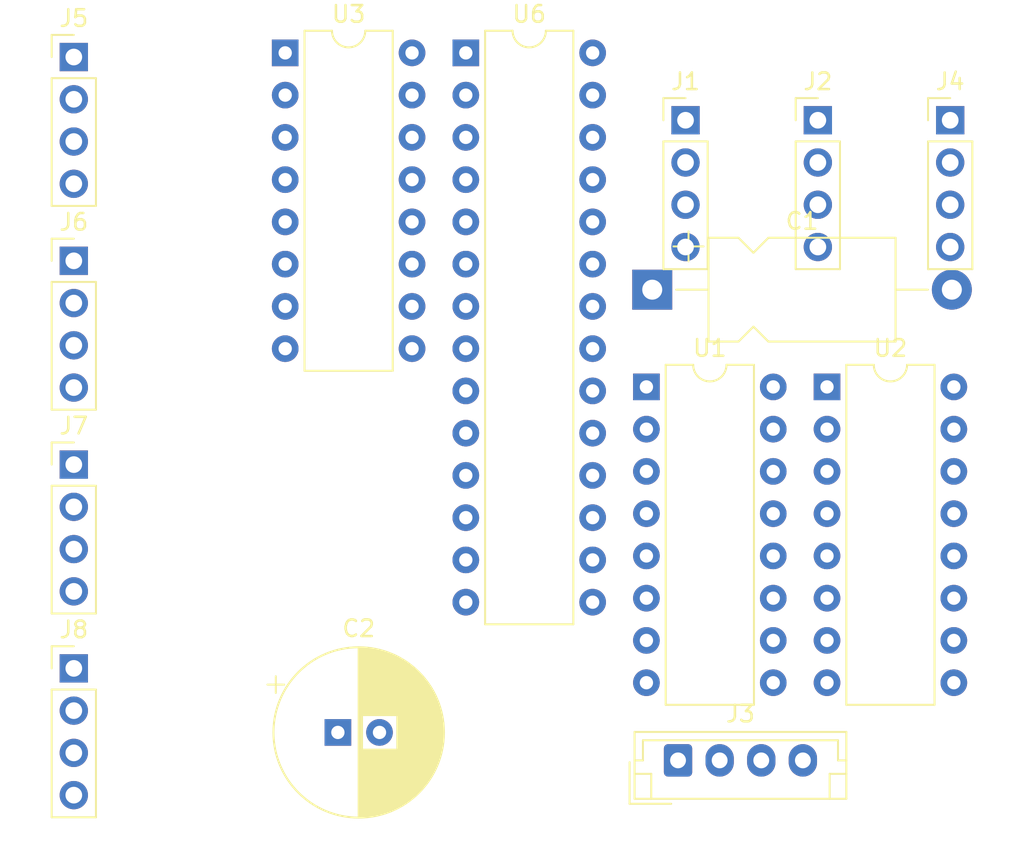
<source format=kicad_pcb>
(kicad_pcb (version 20221018) (generator pcbnew)
  (layers (0 "F.Cu" signal) (31 "B.Cu" signal) (34 "B.Paste" user) (35 "F.Paste" user) (36 "B.SilkS" user "B.Silkscreen") (37 "F.SilkS" user "F.Silkscreen") (38 "B.Mask" user) (39 "F.Mask" user) (44 "Edge.Cuts" user))
  (net 0 "")
  (net 1 "12V")
  (net 2 "GND")
  (net 3 "Net-(J1-Pin_1)")
  (net 4 "Net-(J1-Pin_2)")
  (net 5 "Vcc 3.3V")
  (net 6 "Net-(J2-Pin_1)")
  (net 7 "Net-(J2-Pin_2)")
  (net 8 "Net-(J2-Pin_3)")
  (net 9 "Net-(J2-Pin_4)")
  (net 10 "Net-(J4-Pin_1)")
  (net 11 "Net-(J4-Pin_2)")
  (net 12 "Net-(J4-Pin_3)")
  (net 13 "Net-(J4-Pin_4)")
  (net 14 "Net-(J5-Pin_1)")
  (net 15 "Net-(J5-Pin_2)")
  (net 16 "Net-(J5-Pin_3)")
  (net 17 "Net-(J5-Pin_4)")
  (net 18 "Net-(J6-Pin_1)")
  (net 19 "Net-(J6-Pin_2)")
  (net 20 "Net-(J6-Pin_3)")
  (net 21 "Net-(J6-Pin_4)")
  (net 22 "Net-(J7-Pin_1)")
  (net 23 "Net-(J7-Pin_2)")
  (net 24 "Net-(J7-Pin_3)")
  (net 25 "Net-(J7-Pin_4)")
  (net 26 "Net-(J8-Pin_1)")
  (net 27 "Net-(J8-Pin_2)")
  (net 28 "Net-(J8-Pin_3)")
  (net 29 "Net-(J8-Pin_4)")
  (net 30 "Net-(U1-I1)")
  (net 31 "Net-(U1-I2)")
  (net 32 "Net-(U1-I3)")
  (net 33 "Net-(U1-I4)")
  (net 34 "Net-(U1-I5)")
  (net 35 "Net-(U1-I6)")
  (net 36 "Net-(U1-I7)")
  (net 37 "Net-(U2-I1)")
  (net 38 "Net-(U2-I2)")
  (net 39 "Net-(U2-I3)")
  (net 40 "Net-(U2-I4)")
  (net 41 "Net-(U2-I5)")
  (net 42 "Net-(U2-I6)")
  (net 43 "Net-(U2-I7)")
  (net 45 "Net-(U3-I6)")
  (net 46 "Net-(U3-I7)")
  (footprint "Package_DIP:DIP-16_W7.62mm" (layer "F.Cu") (at 157.48 91.44)
    (fp_text reference "U2" (at 3.81 -2.33) (layer "F.SilkS"))
    (fp_text value "ULN2003A")
    (fp_line (start 1.16 -1.33) (end 1.16 19.11) (stroke (width 0.12)) (layer "F.SilkS"))
    (fp_line (start 1.16 19.11) (end 6.46 19.11) (stroke (width 0.12)) (layer "F.SilkS"))
    (fp_line (start 2.81 -1.33) (end 1.16 -1.33) (stroke (width 0.12)) (layer "F.SilkS"))
    (fp_line (start 6.46 -1.33) (end 4.81 -1.33) (stroke (width 0.12)) (layer "F.SilkS"))
    (fp_line (start 6.46 19.11) (end 6.46 -1.33) (stroke (width 0.12)) (layer "F.SilkS"))
    (fp_arc (start 4.81 -1.33) (mid 3.81 -0.33) (end 2.81 -1.33) (stroke (width 0.12)) (layer "F.SilkS"))
    (pad "1" thru_hole rect (at 0 0) (size 1.6 1.6) (drill 0.8) (layers "*.Cu" "*.Mask") (net 37 "Net-(U2-I1)"))
    (pad "2" thru_hole oval (at 0 2.54) (size 1.6 1.6) (drill 0.8) (layers "*.Cu" "*.Mask") (net 38 "Net-(U2-I2)"))
    (pad "3" thru_hole oval (at 0 5.08) (size 1.6 1.6) (drill 0.8) (layers "*.Cu" "*.Mask") (net 39 "Net-(U2-I3)"))
    (pad "4" thru_hole oval (at 0 7.62) (size 1.6 1.6) (drill 0.8) (layers "*.Cu" "*.Mask") (net 40 "Net-(U2-I4)"))
    (pad "5" thru_hole oval (at 0 10.16) (size 1.6 1.6) (drill 0.8) (layers "*.Cu" "*.Mask") (net 41 "Net-(U2-I5)"))
    (pad "6" thru_hole oval (at 0 12.7) (size 1.6 1.6) (drill 0.8) (layers "*.Cu" "*.Mask") (net 42 "Net-(U2-I6)"))
    (pad "7" thru_hole oval (at 0 15.24) (size 1.6 1.6) (drill 0.8) (layers "*.Cu" "*.Mask") (net 43 "Net-(U2-I7)"))
    (pad "8" thru_hole oval (at 0 17.78) (size 1.6 1.6) (drill 0.8) (layers "*.Cu" "*.Mask") (net 2 "GND"))
    (pad "9" thru_hole oval (at 7.62 17.78) (size 1.6 1.6) (drill 0.8) (layers "*.Cu" "*.Mask") (net 1 "12V"))
    (pad "10" thru_hole oval (at 7.62 15.24) (size 1.6 1.6) (drill 0.8) (layers "*.Cu" "*.Mask") (net 22 "Net-(J7-Pin_1)"))
    (pad "11" thru_hole oval (at 7.62 12.7) (size 1.6 1.6) (drill 0.8) (layers "*.Cu" "*.Mask") (net 21 "Net-(J6-Pin_4)"))
    (pad "12" thru_hole oval (at 7.62 10.16) (size 1.6 1.6) (drill 0.8) (layers "*.Cu" "*.Mask") (net 20 "Net-(J6-Pin_3)"))
    (pad "13" thru_hole oval (at 7.62 7.62) (size 1.6 1.6) (drill 0.8) (layers "*.Cu" "*.Mask") (net 19 "Net-(J6-Pin_2)"))
    (pad "14" thru_hole oval (at 7.62 5.08) (size 1.6 1.6) (drill 0.8) (layers "*.Cu" "*.Mask") (net 18 "Net-(J6-Pin_1)"))
    (pad "15" thru_hole oval (at 7.62 2.54) (size 1.6 1.6) (drill 0.8) (layers "*.Cu" "*.Mask") (net 17 "Net-(J5-Pin_4)"))
    (pad "16" thru_hole oval (at 7.62 0) (size 1.6 1.6) (drill 0.8) (layers "*.Cu" "*.Mask") (net 16 "Net-(J5-Pin_3)"))
  )
  (footprint "Package_DIP:DIP-28_W7.62mm" (layer "F.Cu") (at 135.78 71.36)
    (fp_text reference "U6" (at 3.81 -2.33) (layer "F.SilkS"))
    (fp_text value "MCP23017_SP")
    (fp_line (start 1.16 -1.33) (end 1.16 34.35) (stroke (width 0.12)) (layer "F.SilkS"))
    (fp_line (start 1.16 34.35) (end 6.46 34.35) (stroke (width 0.12)) (layer "F.SilkS"))
    (fp_line (start 2.81 -1.33) (end 1.16 -1.33) (stroke (width 0.12)) (layer "F.SilkS"))
    (fp_line (start 6.46 -1.33) (end 4.81 -1.33) (stroke (width 0.12)) (layer "F.SilkS"))
    (fp_line (start 6.46 34.35) (end 6.46 -1.33) (stroke (width 0.12)) (layer "F.SilkS"))
    (fp_arc (start 4.81 -1.33) (mid 3.81 -0.33) (end 2.81 -1.33) (stroke (width 0.12)) (layer "F.SilkS"))
    (pad "1" thru_hole rect (at 0 0) (size 1.6 1.6) (drill 0.8) (layers "*.Cu" "*.Mask") (net 45 "Net-(U3-I6)"))
    (pad "2" thru_hole oval (at 0 2.54) (size 1.6 1.6) (drill 0.8) (layers "*.Cu" "*.Mask") (net 46 "Net-(U3-I7)"))
    (pad "3" thru_hole oval (at 0 5.08) (size 1.6 1.6) (drill 0.8) (layers "*.Cu" "*.Mask") (net 37 "Net-(U2-I1)"))
    (pad "4" thru_hole oval (at 0 7.62) (size 1.6 1.6) (drill 0.8) (layers "*.Cu" "*.Mask") (net 38 "Net-(U2-I2)"))
    (pad "5" thru_hole oval (at 0 10.16) (size 1.6 1.6) (drill 0.8) (layers "*.Cu" "*.Mask") (net 39 "Net-(U2-I3)"))
    (pad "6" thru_hole oval (at 0 12.7) (size 1.6 1.6) (drill 0.8) (layers "*.Cu" "*.Mask") (net 40 "Net-(U2-I4)"))
    (pad "7" thru_hole oval (at 0 15.24) (size 1.6 1.6) (drill 0.8) (layers "*.Cu" "*.Mask") (net 41 "Net-(U2-I5)"))
    (pad "8" thru_hole oval (at 0 17.78) (size 1.6 1.6) (drill 0.8) (layers "*.Cu" "*.Mask") (net 42 "Net-(U2-I6)"))
    (pad "9" thru_hole oval (at 0 20.32) (size 1.6 1.6) (drill 0.8) (layers "*.Cu" "*.Mask") (net 5 "Vcc 3.3V"))
    (pad "10" thru_hole oval (at 0 22.86) (size 1.6 1.6) (drill 0.8) (layers "*.Cu" "*.Mask") (net 2 "GND"))
    (pad "11" thru_hole oval (at 0 25.4) (size 1.6 1.6) (drill 0.8) (layers "*.Cu" "*.Mask"))
    (pad "12" thru_hole oval (at 0 27.94) (size 1.6 1.6) (drill 0.8) (layers "*.Cu" "*.Mask") (net 4 "Net-(J1-Pin_2)"))
    (pad "13" thru_hole oval (at 0 30.48) (size 1.6 1.6) (drill 0.8) (layers "*.Cu" "*.Mask") (net 3 "Net-(J1-Pin_1)"))
    (pad "14" thru_hole oval (at 0 33.02) (size 1.6 1.6) (drill 0.8) (layers "*.Cu" "*.Mask"))
    (pad "15" thru_hole oval (at 7.62 33.02) (size 1.6 1.6) (drill 0.8) (layers "*.Cu" "*.Mask") (net 2 "GND"))
    (pad "16" thru_hole oval (at 7.62 30.48) (size 1.6 1.6) (drill 0.8) (layers "*.Cu" "*.Mask") (net 2 "GND"))
    (pad "17" thru_hole oval (at 7.62 27.94) (size 1.6 1.6) (drill 0.8) (layers "*.Cu" "*.Mask") (net 2 "GND"))
    (pad "18" thru_hole oval (at 7.62 25.4) (size 1.6 1.6) (drill 0.8) (layers "*.Cu" "*.Mask") (net 5 "Vcc 3.3V"))
    (pad "19" thru_hole oval (at 7.62 22.86) (size 1.6 1.6) (drill 0.8) (layers "*.Cu" "*.Mask"))
    (pad "20" thru_hole oval (at 7.62 20.32) (size 1.6 1.6) (drill 0.8) (layers "*.Cu" "*.Mask"))
    (pad "21" thru_hole oval (at 7.62 17.78) (size 1.6 1.6) (drill 0.8) (layers "*.Cu" "*.Mask") (net 43 "Net-(U2-I7)"))
    (pad "22" thru_hole oval (at 7.62 15.24) (size 1.6 1.6) (drill 0.8) (layers "*.Cu" "*.Mask") (net 30 "Net-(U1-I1)"))
    (pad "23" thru_hole oval (at 7.62 12.7) (size 1.6 1.6) (drill 0.8) (layers "*.Cu" "*.Mask") (net 31 "Net-(U1-I2)"))
    (pad "24" thru_hole oval (at 7.62 10.16) (size 1.6 1.6) (drill 0.8) (layers "*.Cu" "*.Mask") (net 32 "Net-(U1-I3)"))
    (pad "25" thru_hole oval (at 7.62 7.62) (size 1.6 1.6) (drill 0.8) (layers "*.Cu" "*.Mask") (net 33 "Net-(U1-I4)"))
    (pad "26" thru_hole oval (at 7.62 5.08) (size 1.6 1.6) (drill 0.8) (layers "*.Cu" "*.Mask") (net 34 "Net-(U1-I5)"))
    (pad "27" thru_hole oval (at 7.62 2.54) (size 1.6 1.6) (drill 0.8) (layers "*.Cu" "*.Mask") (net 35 "Net-(U1-I6)"))
    (pad "28" thru_hole oval (at 7.62 0) (size 1.6 1.6) (drill 0.8) (layers "*.Cu" "*.Mask") (net 36 "Net-(U1-I7)"))
  )
  (footprint "Connector_PinHeader_2.54mm:PinHeader_1x04_P2.54mm_Vertical" (layer "F.Cu") (at 112.23 83.86)
    (fp_text reference "J6" (at 0 -2.33) (layer "F.SilkS"))
    (fp_text value "Solenoid-3")
    (fp_line (start -1.33 -1.33) (end 0 -1.33) (stroke (width 0.12)) (layer "F.SilkS"))
    (fp_line (start -1.33 0) (end -1.33 -1.33) (stroke (width 0.12)) (layer "F.SilkS"))
    (fp_line (start -1.33 1.27) (end -1.33 8.95) (stroke (width 0.12)) (layer "F.SilkS"))
    (fp_line (start -1.33 1.27) (end 1.33 1.27) (stroke (width 0.12)) (layer "F.SilkS"))
    (fp_line (start -1.33 8.95) (end 1.33 8.95) (stroke (width 0.12)) (layer "F.SilkS"))
    (fp_line (start 1.33 1.27) (end 1.33 8.95) (stroke (width 0.12)) (layer "F.SilkS"))
    (pad "1" thru_hole rect (at 0 0) (size 1.7 1.7) (drill 1) (layers "*.Cu" "*.Mask") (net 18 "Net-(J6-Pin_1)"))
    (pad "2" thru_hole oval (at 0 2.54) (size 1.7 1.7) (drill 1) (layers "*.Cu" "*.Mask") (net 19 "Net-(J6-Pin_2)"))
    (pad "3" thru_hole oval (at 0 5.08) (size 1.7 1.7) (drill 1) (layers "*.Cu" "*.Mask") (net 20 "Net-(J6-Pin_3)"))
    (pad "4" thru_hole oval (at 0 7.62) (size 1.7 1.7) (drill 1) (layers "*.Cu" "*.Mask") (net 21 "Net-(J6-Pin_4)"))
  )
  (footprint "Connector_PinHeader_2.54mm:PinHeader_1x04_P2.54mm_Vertical" (layer "F.Cu") (at 112.23 96.11)
    (fp_text reference "J7" (at 0 -2.33) (layer "F.SilkS"))
    (fp_text value "Solenoid-4")
    (fp_line (start -1.33 -1.33) (end 0 -1.33) (stroke (width 0.12)) (layer "F.SilkS"))
    (fp_line (start -1.33 0) (end -1.33 -1.33) (stroke (width 0.12)) (layer "F.SilkS"))
    (fp_line (start -1.33 1.27) (end -1.33 8.95) (stroke (width 0.12)) (layer "F.SilkS"))
    (fp_line (start -1.33 1.27) (end 1.33 1.27) (stroke (width 0.12)) (layer "F.SilkS"))
    (fp_line (start -1.33 8.95) (end 1.33 8.95) (stroke (width 0.12)) (layer "F.SilkS"))
    (fp_line (start 1.33 1.27) (end 1.33 8.95) (stroke (width 0.12)) (layer "F.SilkS"))
    (pad "1" thru_hole rect (at 0 0) (size 1.7 1.7) (drill 1) (layers "*.Cu" "*.Mask") (net 22 "Net-(J7-Pin_1)"))
    (pad "2" thru_hole oval (at 0 2.54) (size 1.7 1.7) (drill 1) (layers "*.Cu" "*.Mask") (net 23 "Net-(J7-Pin_2)"))
    (pad "3" thru_hole oval (at 0 5.08) (size 1.7 1.7) (drill 1) (layers "*.Cu" "*.Mask") (net 24 "Net-(J7-Pin_3)"))
    (pad "4" thru_hole oval (at 0 7.62) (size 1.7 1.7) (drill 1) (layers "*.Cu" "*.Mask") (net 25 "Net-(J7-Pin_4)"))
  )
  (footprint "Capacitor_THT:CP_Axial_L11.0mm_D6.0mm_P18.00mm_Horizontal" (layer "F.Cu") (at 146.98 85.595)
    (fp_text reference "C1" (at 9 -4.12) (layer "F.SilkS"))
    (fp_text value "100 nF")
    (fp_line (start 1.28 -2.6) (end 3.08 -2.6) (stroke (width 0.12)) (layer "F.SilkS"))
    (fp_line (start 1.44 0) (end 3.38 0) (stroke (width 0.12)) (layer "F.SilkS"))
    (fp_line (start 2.18 -3.5) (end 2.18 -1.7) (stroke (width 0.12)) (layer "F.SilkS"))
    (fp_line (start 3.38 -3.12) (end 3.38 3.12) (stroke (width 0.12)) (layer "F.SilkS"))
    (fp_line (start 3.38 -3.12) (end 5.18 -3.12) (stroke (width 0.12)) (layer "F.SilkS"))
    (fp_line (start 3.38 3.12) (end 5.18 3.12) (stroke (width 0.12)) (layer "F.SilkS"))
    (fp_line (start 5.18 -3.12) (end 6.08 -2.22) (stroke (width 0.12)) (layer "F.SilkS"))
    (fp_line (start 5.18 3.12) (end 6.08 2.22) (stroke (width 0.12)) (layer "F.SilkS"))
    (fp_line (start 6.08 -2.22) (end 6.98 -3.12) (stroke (width 0.12)) (layer "F.SilkS"))
    (fp_line (start 6.08 2.22) (end 6.98 3.12) (stroke (width 0.12)) (layer "F.SilkS"))
    (fp_line (start 6.98 -3.12) (end 14.62 -3.12) (stroke (width 0.12)) (layer "F.SilkS"))
    (fp_line (start 6.98 3.12) (end 14.62 3.12) (stroke (width 0.12)) (layer "F.SilkS"))
    (fp_line (start 14.62 -3.12) (end 14.62 3.12) (stroke (width 0.12)) (layer "F.SilkS"))
    (fp_line (start 16.56 0) (end 14.62 0) (stroke (width 0.12)) (layer "F.SilkS"))
    (pad "1" thru_hole rect (at 0 0) (size 2.4 2.4) (drill 1.2) (layers "*.Cu" "*.Mask") (net 1 "12V"))
    (pad "2" thru_hole oval (at 18 0) (size 2.4 2.4) (drill 1.2) (layers "*.Cu" "*.Mask") (net 2 "GND"))
  )
  (footprint "Connector_JST:JST_EH_B4B-EH-A_1x04_P2.50mm_Vertical" (layer "F.Cu") (at 148.53 113.89)
    (fp_text reference "J3" (at 3.75 -2.8) (layer "F.SilkS"))
    (fp_text value "Power")
    (fp_line (start -2.91 0.11) (end -2.91 2.61) (stroke (width 0.12)) (layer "F.SilkS"))
    (fp_line (start -2.91 2.61) (end -0.41 2.61) (stroke (width 0.12)) (layer "F.SilkS"))
    (fp_line (start -2.61 -1.71) (end -2.61 2.31) (stroke (width 0.12)) (layer "F.SilkS"))
    (fp_line (start -2.61 0) (end -2.11 0) (stroke (width 0.12)) (layer "F.SilkS"))
    (fp_line (start -2.61 0.81) (end -1.61 0.81) (stroke (width 0.12)) (layer "F.SilkS"))
    (fp_line (start -2.61 2.31) (end 10.11 2.31) (stroke (width 0.12)) (layer "F.SilkS"))
    (fp_line (start -2.11 -1.21) (end 9.61 -1.21) (stroke (width 0.12)) (layer "F.SilkS"))
    (fp_line (start -2.11 0) (end -2.11 -1.21) (stroke (width 0.12)) (layer "F.SilkS"))
    (fp_line (start -1.61 0.81) (end -1.61 2.31) (stroke (width 0.12)) (layer "F.SilkS"))
    (fp_line (start 9.11 0.81) (end 9.11 2.31) (stroke (width 0.12)) (layer "F.SilkS"))
    (fp_line (start 9.61 -1.21) (end 9.61 0) (stroke (width 0.12)) (layer "F.SilkS"))
    (fp_line (start 9.61 0) (end 10.11 0) (stroke (width 0.12)) (layer "F.SilkS"))
    (fp_line (start 10.11 -1.71) (end -2.61 -1.71) (stroke (width 0.12)) (layer "F.SilkS"))
    (fp_line (start 10.11 0.81) (end 9.11 0.81) (stroke (width 0.12)) (layer "F.SilkS"))
    (fp_line (start 10.11 2.31) (end 10.11 -1.71) (stroke (width 0.12)) (layer "F.SilkS"))
    (pad "1" thru_hole roundrect (at 0 0) (size 1.7 1.95) (drill 0.95) (layers "*.Cu" "*.Mask") (roundrect_rratio 0.147059) (net 1 "12V"))
    (pad "2" thru_hole oval (at 2.5 0) (size 1.7 1.95) (drill 0.95) (layers "*.Cu" "*.Mask") (net 1 "12V"))
    (pad "3" thru_hole oval (at 5 0) (size 1.7 1.95) (drill 0.95) (layers "*.Cu" "*.Mask") (net 2 "GND"))
    (pad "4" thru_hole oval (at 7.5 0) (size 1.7 1.95) (drill 0.95) (layers "*.Cu" "*.Mask"))
  )
  (footprint "Connector_PinHeader_2.54mm:PinHeader_1x04_P2.54mm_Vertical" (layer "F.Cu") (at 112.23 71.61)
    (fp_text reference "J5" (at 0 -2.33) (layer "F.SilkS"))
    (fp_text value "Solenoid-2")
    (fp_line (start -1.33 -1.33) (end 0 -1.33) (stroke (width 0.12)) (layer "F.SilkS"))
    (fp_line (start -1.33 0) (end -1.33 -1.33) (stroke (width 0.12)) (layer "F.SilkS"))
    (fp_line (start -1.33 1.27) (end -1.33 8.95) (stroke (width 0.12)) (layer "F.SilkS"))
    (fp_line (start -1.33 1.27) (end 1.33 1.27) (stroke (width 0.12)) (layer "F.SilkS"))
    (fp_line (start -1.33 8.95) (end 1.33 8.95) (stroke (width 0.12)) (layer "F.SilkS"))
    (fp_line (start 1.33 1.27) (end 1.33 8.95) (stroke (width 0.12)) (layer "F.SilkS"))
    (pad "1" thru_hole rect (at 0 0) (size 1.7 1.7) (drill 1) (layers "*.Cu" "*.Mask") (net 14 "Net-(J5-Pin_1)"))
    (pad "2" thru_hole oval (at 0 2.54) (size 1.7 1.7) (drill 1) (layers "*.Cu" "*.Mask") (net 15 "Net-(J5-Pin_2)"))
    (pad "3" thru_hole oval (at 0 5.08) (size 1.7 1.7) (drill 1) (layers "*.Cu" "*.Mask") (net 16 "Net-(J5-Pin_3)"))
    (pad "4" thru_hole oval (at 0 7.62) (size 1.7 1.7) (drill 1) (layers "*.Cu" "*.Mask") (net 17 "Net-(J5-Pin_4)"))
  )
  (footprint "Capacitor_THT:CP_Radial_D10.0mm_P2.50mm" (layer "F.Cu") (at 128.094646 112.21)
    (fp_text reference "C2" (at 1.25 -6.25) (layer "F.SilkS"))
    (fp_text value "10uF")
    (fp_line (start -4.229646 -2.875) (end -3.229646 -2.875) (stroke (width 0.12)) (layer "F.SilkS"))
    (fp_line (start -3.729646 -3.375) (end -3.729646 -2.375) (stroke (width 0.12)) (layer "F.SilkS"))
    (fp_line (start 1.25 -5.08) (end 1.25 5.08) (stroke (width 0.12)) (layer "F.SilkS"))
    (fp_line (start 1.29 -5.08) (end 1.29 5.08) (stroke (width 0.12)) (layer "F.SilkS"))
    (fp_line (start 1.33 -5.08) (end 1.33 5.08) (stroke (width 0.12)) (layer "F.SilkS"))
    (fp_line (start 1.37 -5.079) (end 1.37 5.079) (stroke (width 0.12)) (layer "F.SilkS"))
    (fp_line (start 1.41 -5.078) (end 1.41 5.078) (stroke (width 0.12)) (layer "F.SilkS"))
    (fp_line (start 1.45 -5.077) (end 1.45 5.077) (stroke (width 0.12)) (layer "F.SilkS"))
    (fp_line (start 1.49 -5.075) (end 1.49 -1.04) (stroke (width 0.12)) (layer "F.SilkS"))
    (fp_line (start 1.49 1.04) (end 1.49 5.075) (stroke (width 0.12)) (layer "F.SilkS"))
    (fp_line (start 1.53 -5.073) (end 1.53 -1.04) (stroke (width 0.12)) (layer "F.SilkS"))
    (fp_line (start 1.53 1.04) (end 1.53 5.073) (stroke (width 0.12)) (layer "F.SilkS"))
    (fp_line (start 1.57 -5.07) (end 1.57 -1.04) (stroke (width 0.12)) (layer "F.SilkS"))
    (fp_line (start 1.57 1.04) (end 1.57 5.07) (stroke (width 0.12)) (layer "F.SilkS"))
    (fp_line (start 1.61 -5.068) (end 1.61 -1.04) (stroke (width 0.12)) (layer "F.SilkS"))
    (fp_line (start 1.61 1.04) (end 1.61 5.068) (stroke (width 0.12)) (layer "F.SilkS"))
    (fp_line (start 1.65 -5.065) (end 1.65 -1.04) (stroke (width 0.12)) (layer "F.SilkS"))
    (fp_line (start 1.65 1.04) (end 1.65 5.065) (stroke (width 0.12)) (layer "F.SilkS"))
    (fp_line (start 1.69 -5.062) (end 1.69 -1.04) (stroke (width 0.12)) (layer "F.SilkS"))
    (fp_line (start 1.69 1.04) (end 1.69 5.062) (stroke (width 0.12)) (layer "F.SilkS"))
    (fp_line (start 1.73 -5.058) (end 1.73 -1.04) (stroke (width 0.12)) (layer "F.SilkS"))
    (fp_line (start 1.73 1.04) (end 1.73 5.058) (stroke (width 0.12)) (layer "F.SilkS"))
    (fp_line (start 1.77 -5.054) (end 1.77 -1.04) (stroke (width 0.12)) (layer "F.SilkS"))
    (fp_line (start 1.77 1.04) (end 1.77 5.054) (stroke (width 0.12)) (layer "F.SilkS"))
    (fp_line (start 1.81 -5.05) (end 1.81 -1.04) (stroke (width 0.12)) (layer "F.SilkS"))
    (fp_line (start 1.81 1.04) (end 1.81 5.05) (stroke (width 0.12)) (layer "F.SilkS"))
    (fp_line (start 1.85 -5.045) (end 1.85 -1.04) (stroke (width 0.12)) (layer "F.SilkS"))
    (fp_line (start 1.85 1.04) (end 1.85 5.045) (stroke (width 0.12)) (layer "F.SilkS"))
    (fp_line (start 1.89 -5.04) (end 1.89 -1.04) (stroke (width 0.12)) (layer "F.SilkS"))
    (fp_line (start 1.89 1.04) (end 1.89 5.04) (stroke (width 0.12)) (layer "F.SilkS"))
    (fp_line (start 1.93 -5.035) (end 1.93 -1.04) (stroke (width 0.12)) (layer "F.SilkS"))
    (fp_line (start 1.93 1.04) (end 1.93 5.035) (stroke (width 0.12)) (layer "F.SilkS"))
    (fp_line (start 1.971 -5.03) (end 1.971 -1.04) (stroke (width 0.12)) (layer "F.SilkS"))
    (fp_line (start 1.971 1.04) (end 1.971 5.03) (stroke (width 0.12)) (layer "F.SilkS"))
    (fp_line (start 2.011 -5.024) (end 2.011 -1.04) (stroke (width 0.12)) (layer "F.SilkS"))
    (fp_line (start 2.011 1.04) (end 2.011 5.024) (stroke (width 0.12)) (layer "F.SilkS"))
    (fp_line (start 2.051 -5.018) (end 2.051 -1.04) (stroke (width 0.12)) (layer "F.SilkS"))
    (fp_line (start 2.051 1.04) (end 2.051 5.018) (stroke (width 0.12)) (layer "F.SilkS"))
    (fp_line (start 2.091 -5.011) (end 2.091 -1.04) (stroke (width 0.12)) (layer "F.SilkS"))
    (fp_line (start 2.091 1.04) (end 2.091 5.011) (stroke (width 0.12)) (layer "F.SilkS"))
    (fp_line (start 2.131 -5.004) (end 2.131 -1.04) (stroke (width 0.12)) (layer "F.SilkS"))
    (fp_line (start 2.131 1.04) (end 2.131 5.004) (stroke (width 0.12)) (layer "F.SilkS"))
    (fp_line (start 2.171 -4.997) (end 2.171 -1.04) (stroke (width 0.12)) (layer "F.SilkS"))
    (fp_line (start 2.171 1.04) (end 2.171 4.997) (stroke (width 0.12)) (layer "F.SilkS"))
    (fp_line (start 2.211 -4.99) (end 2.211 -1.04) (stroke (width 0.12)) (layer "F.SilkS"))
    (fp_line (start 2.211 1.04) (end 2.211 4.99) (stroke (width 0.12)) (layer "F.SilkS"))
    (fp_line (start 2.251 -4.982) (end 2.251 -1.04) (stroke (width 0.12)) (layer "F.SilkS"))
    (fp_line (start 2.251 1.04) (end 2.251 4.982) (stroke (width 0.12)) (layer "F.SilkS"))
    (fp_line (start 2.291 -4.974) (end 2.291 -1.04) (stroke (width 0.12)) (layer "F.SilkS"))
    (fp_line (start 2.291 1.04) (end 2.291 4.974) (stroke (width 0.12)) (layer "F.SilkS"))
    (fp_line (start 2.331 -4.965) (end 2.331 -1.04) (stroke (width 0.12)) (layer "F.SilkS"))
    (fp_line (start 2.331 1.04) (end 2.331 4.965) (stroke (width 0.12)) (layer "F.SilkS"))
    (fp_line (start 2.371 -4.956) (end 2.371 -1.04) (stroke (width 0.12)) (layer "F.SilkS"))
    (fp_line (start 2.371 1.04) (end 2.371 4.956) (stroke (width 0.12)) (layer "F.SilkS"))
    (fp_line (start 2.411 -4.947) (end 2.411 -1.04) (stroke (width 0.12)) (layer "F.SilkS"))
    (fp_line (start 2.411 1.04) (end 2.411 4.947) (stroke (width 0.12)) (layer "F.SilkS"))
    (fp_line (start 2.451 -4.938) (end 2.451 -1.04) (stroke (width 0.12)) (layer "F.SilkS"))
    (fp_line (start 2.451 1.04) (end 2.451 4.938) (stroke (width 0.12)) (layer "F.SilkS"))
    (fp_line (start 2.491 -4.928) (end 2.491 -1.04) (stroke (width 0.12)) (layer "F.SilkS"))
    (fp_line (start 2.491 1.04) (end 2.491 4.928) (stroke (width 0.12)) (layer "F.SilkS"))
    (fp_line (start 2.531 -4.918) (end 2.531 -1.04) (stroke (width 0.12)) (layer "F.SilkS"))
    (fp_line (start 2.531 1.04) (end 2.531 4.918) (stroke (width 0.12)) (layer "F.SilkS"))
    (fp_line (start 2.571 -4.907) (end 2.571 -1.04) (stroke (width 0.12)) (layer "F.SilkS"))
    (fp_line (start 2.571 1.04) (end 2.571 4.907) (stroke (width 0.12)) (layer "F.SilkS"))
    (fp_line (start 2.611 -4.897) (end 2.611 -1.04) (stroke (width 0.12)) (layer "F.SilkS"))
    (fp_line (start 2.611 1.04) (end 2.611 4.897) (stroke (width 0.12)) (layer "F.SilkS"))
    (fp_line (start 2.651 -4.885) (end 2.651 -1.04) (stroke (width 0.12)) (layer "F.SilkS"))
    (fp_line (start 2.651 1.04) (end 2.651 4.885) (stroke (width 0.12)) (layer "F.SilkS"))
    (fp_line (start 2.691 -4.874) (end 2.691 -1.04) (stroke (width 0.12)) (layer "F.SilkS"))
    (fp_line (start 2.691 1.04) (end 2.691 4.874) (stroke (width 0.12)) (layer "F.SilkS"))
    (fp_line (start 2.731 -4.862) (end 2.731 -1.04) (stroke (width 0.12)) (layer "F.SilkS"))
    (fp_line (start 2.731 1.04) (end 2.731 4.862) (stroke (width 0.12)) (layer "F.SilkS"))
    (fp_line (start 2.771 -4.85) (end 2.771 -1.04) (stroke (width 0.12)) (layer "F.SilkS"))
    (fp_line (start 2.771 1.04) (end 2.771 4.85) (stroke (width 0.12)) (layer "F.SilkS"))
    (fp_line (start 2.811 -4.837) (end 2.811 -1.04) (stroke (width 0.12)) (layer "F.SilkS"))
    (fp_line (start 2.811 1.04) (end 2.811 4.837) (stroke (width 0.12)) (layer "F.SilkS"))
    (fp_line (start 2.851 -4.824) (end 2.851 -1.04) (stroke (width 0.12)) (layer "F.SilkS"))
    (fp_line (start 2.851 1.04) (end 2.851 4.824) (stroke (width 0.12)) (layer "F.SilkS"))
    (fp_line (start 2.891 -4.811) (end 2.891 -1.04) (stroke (width 0.12)) (layer "F.SilkS"))
    (fp_line (start 2.891 1.04) (end 2.891 4.811) (stroke (width 0.12)) (layer "F.SilkS"))
    (fp_line (start 2.931 -4.797) (end 2.931 -1.04) (stroke (width 0.12)) (layer "F.SilkS"))
    (fp_line (start 2.931 1.04) (end 2.931 4.797) (stroke (width 0.12)) (layer "F.SilkS"))
    (fp_line (start 2.971 -4.783) (end 2.971 -1.04) (stroke (width 0.12)) (layer "F.SilkS"))
    (fp_line (start 2.971 1.04) (end 2.971 4.783) (stroke (width 0.12)) (layer "F.SilkS"))
    (fp_line (start 3.011 -4.768) (end 3.011 -1.04) (stroke (width 0.12)) (layer "F.SilkS"))
    (fp_line (start 3.011 1.04) (end 3.011 4.768) (stroke (width 0.12)) (layer "F.SilkS"))
    (fp_line (start 3.051 -4.754) (end 3.051 -1.04) (stroke (width 0.12)) (layer "F.SilkS"))
    (fp_line (start 3.051 1.04) (end 3.051 4.754) (stroke (width 0.12)) (layer "F.SilkS"))
    (fp_line (start 3.091 -4.738) (end 3.091 -1.04) (stroke (width 0.12)) (layer "F.SilkS"))
    (fp_line (start 3.091 1.04) (end 3.091 4.738) (stroke (width 0.12)) (layer "F.SilkS"))
    (fp_line (start 3.131 -4.723) (end 3.131 -1.04) (stroke (width 0.12)) (layer "F.SilkS"))
    (fp_line (start 3.131 1.04) (end 3.131 4.723) (stroke (width 0.12)) (layer "F.SilkS"))
    (fp_line (start 3.171 -4.707) (end 3.171 -1.04) (stroke (width 0.12)) (layer "F.SilkS"))
    (fp_line (start 3.171 1.04) (end 3.171 4.707) (stroke (width 0.12)) (layer "F.SilkS"))
    (fp_line (start 3.211 -4.69) (end 3.211 -1.04) (stroke (width 0.12)) (layer "F.SilkS"))
    (fp_line (start 3.211 1.04) (end 3.211 4.69) (stroke (width 0.12)) (layer "F.SilkS"))
    (fp_line (start 3.251 -4.674) (end 3.251 -1.04) (stroke (width 0.12)) (layer "F.SilkS"))
    (fp_line (start 3.251 1.04) (end 3.251 4.674) (stroke (width 0.12)) (layer "F.SilkS"))
    (fp_line (start 3.291 -4.657) (end 3.291 -1.04) (stroke (width 0.12)) (layer "F.SilkS"))
    (fp_line (start 3.291 1.04) (end 3.291 4.657) (stroke (width 0.12)) (layer "F.SilkS"))
    (fp_line (start 3.331 -4.639) (end 3.331 -1.04) (stroke (width 0.12)) (layer "F.SilkS"))
    (fp_line (start 3.331 1.04) (end 3.331 4.639) (stroke (width 0.12)) (layer "F.SilkS"))
    (fp_line (start 3.371 -4.621) (end 3.371 -1.04) (stroke (width 0.12)) (layer "F.SilkS"))
    (fp_line (start 3.371 1.04) (end 3.371 4.621) (stroke (width 0.12)) (layer "F.SilkS"))
    (fp_line (start 3.411 -4.603) (end 3.411 -1.04) (stroke (width 0.12)) (layer "F.SilkS"))
    (fp_line (start 3.411 1.04) (end 3.411 4.603) (stroke (width 0.12)) (layer "F.SilkS"))
    (fp_line (start 3.451 -4.584) (end 3.451 -1.04) (stroke (width 0.12)) (layer "F.SilkS"))
    (fp_line (start 3.451 1.04) (end 3.451 4.584) (stroke (width 0.12)) (layer "F.SilkS"))
    (fp_line (start 3.491 -4.564) (end 3.491 -1.04) (stroke (width 0.12)) (layer "F.SilkS"))
    (fp_line (start 3.491 1.04) (end 3.491 4.564) (stroke (width 0.12)) (layer "F.SilkS"))
    (fp_line (start 3.531 -4.545) (end 3.531 -1.04) (stroke (width 0.12)) (layer "F.SilkS"))
    (fp_line (start 3.531 1.04) (end 3.531 4.545) (stroke (width 0.12)) (layer "F.SilkS"))
    (fp_line (start 3.571 -4.525) (end 3.571 4.525) (stroke (width 0.12)) (layer "F.SilkS"))
    (fp_line (start 3.611 -4.504) (end 3.611 4.504) (stroke (width 0.12)) (layer "F.SilkS"))
    (fp_line (start 3.651 -4.483) (end 3.651 4.483) (stroke (width 0.12)) (layer "F.SilkS"))
    (fp_line (start 3.691 -4.462) (end 3.691 4.462) (stroke (width 0.12)) (layer "F.SilkS"))
    (fp_line (start 3.731 -4.44) (end 3.731 4.44) (stroke (width 0.12)) (layer "F.SilkS"))
    (fp_line (start 3.771 -4.417) (end 3.771 4.417) (stroke (width 0.12)) (layer "F.SilkS"))
    (fp_line (start 3.811 -4.395) (end 3.811 4.395) (stroke (width 0.12)) (layer "F.SilkS"))
    (fp_line (start 3.851 -4.371) (end 3.851 4.371) (stroke (width 0.12)) (layer "F.SilkS"))
    (fp_line (start 3.891 -4.347) (end 3.891 4.347) (stroke (width 0.12)) (layer "F.SilkS"))
    (fp_line (start 3.931 -4.323) (end 3.931 4.323) (stroke (width 0.12)) (layer "F.SilkS"))
    (fp_line (start 3.971 -4.298) (end 3.971 4.298) (stroke (width 0.12)) (layer "F.SilkS"))
    (fp_line (start 4.011 -4.273) (end 4.011 4.273) (stroke (width 0.12)) (layer "F.SilkS"))
    (fp_line (start 4.051 -4.247) (end 4.051 4.247) (stroke (width 0.12)) (layer "F.SilkS"))
    (fp_line (start 4.091 -4.221) (end 4.091 4.221) (stroke (width 0.12)) (layer "F.SilkS"))
    (fp_line (start 4.131 -4.194) (end 4.131 4.194) (stroke (width 0.12)) (layer "F.SilkS"))
    (fp_line (start 4.171 -4.166) (end 4.171 4.166) (stroke (width 0.12)) (layer "F.SilkS"))
    (fp_line (start 4.211 -4.138) (end 4.211 4.138) (stroke (width 0.12)) (layer "F.SilkS"))
    (fp_line (start 4.251 -4.11) (end 4.251 4.11) (stroke (width 0.12)) (layer "F.SilkS"))
    (fp_line (start 4.291 -4.08) (end 4.291 4.08) (stroke (width 0.12)) (layer "F.SilkS"))
    (fp_line (start 4.331 -4.05) (end 4.331 4.05) (stroke (width 0.12)) (layer "F.SilkS"))
    (fp_line (start 4.371 -4.02) (end 4.371 4.02) (stroke (width 0.12)) (layer "F.SilkS"))
    (fp_line (start 4.411 -3.989) (end 4.411 3.989) (stroke (width 0.12)) (layer "F.SilkS"))
    (fp_line (start 4.451 -3.957) (end 4.451 3.957) (stroke (width 0.12)) (layer "F.SilkS"))
    (fp_line (start 4.491 -3.925) (end 4.491 3.925) (stroke (width 0.12)) (layer "F.SilkS"))
    (fp_line (start 4.531 -3.892) (end 4.531 3.892) (stroke (width 0.12)) (layer "F.SilkS"))
    (fp_line (start 4.571 -3.858) (end 4.571 3.858) (stroke (width 0.12)) (layer "F.SilkS"))
    (fp_line (start 4.611 -3.824) (end 4.611 3.824) (stroke (width 0.12)) (layer "F.SilkS"))
    (fp_line (start 4.651 -3.789) (end 4.651 3.789) (stroke (width 0.12)) (layer "F.SilkS"))
    (fp_line (start 4.691 -3.753) (end 4.691 3.753) (stroke (width 0.12)) (layer "F.SilkS"))
    (fp_line (start 4.731 -3.716) (end 4.731 3.716) (stroke (width 0.12)) (layer "F.SilkS"))
    (fp_line (start 4.771 -3.679) (end 4.771 3.679) (stroke (width 0.12)) (layer "F.SilkS"))
    (fp_line (start 4.811 -3.64) (end 4.811 3.64) (stroke (width 0.12)) (layer "F.SilkS"))
    (fp_line (start 4.851 -3.601) (end 4.851 3.601) (stroke (width 0.12)) (layer "F.SilkS"))
    (fp_line (start 4.891 -3.561) (end 4.891 3.561) (stroke (width 0.12)) (layer "F.SilkS"))
    (fp_line (start 4.931 -3.52) (end 4.931 3.52) (stroke (width 0.12)) (layer "F.SilkS"))
    (fp_line (start 4.971 -3.478) (end 4.971 3.478) (stroke (width 0.12)) (layer "F.SilkS"))
    (fp_line (start 5.011 -3.436) (end 5.011 3.436) (stroke (width 0.12)) (layer "F.SilkS"))
    (fp_line (start 5.051 -3.392) (end 5.051 3.392) (stroke (width 0.12)) (layer "F.SilkS"))
    (fp_line (start 5.091 -3.347) (end 5.091 3.347) (stroke (width 0.12)) (layer "F.SilkS"))
    (fp_line (start 5.131 -3.301) (end 5.131 3.301) (stroke (width 0.12)) (layer "F.SilkS"))
    (fp_line (start 5.171 -3.254) (end 5.171 3.254) (stroke (width 0.12)) (layer "F.SilkS"))
    (fp_line (start 5.211 -3.206) (end 5.211 3.206) (stroke (width 0.12)) (layer "F.SilkS"))
    (fp_line (start 5.251 -3.156) (end 5.251 3.156) (stroke (width 0.12)) (layer "F.SilkS"))
    (fp_line (start 5.291 -3.106) (end 5.291 3.106) (stroke (width 0.12)) (layer "F.SilkS"))
    (fp_line (start 5.331 -3.054) (end 5.331 3.054) (stroke (width 0.12)) (layer "F.SilkS"))
    (fp_line (start 5.371 -3) (end 5.371 3) (stroke (width 0.12)) (layer "F.SilkS"))
    (fp_line (start 5.411 -2.945) (end 5.411 2.945) (stroke (width 0.12)) (layer "F.SilkS"))
    (fp_line (start 5.451 -2.889) (end 5.451 2.889) (stroke (width 0.12)) (layer "F.SilkS"))
    (fp_line (start 5.491 -2.83) (end 5.491 2.83) (stroke (width 0.12)) (layer "F.SilkS"))
    (fp_line (start 5.531 -2.77) (end 5.531 2.77) (stroke (width 0.12)) (layer "F.SilkS"))
    (fp_line (start 5.571 -2.709) (end 5.571 2.709) (stroke (width 0.12)) (layer "F.SilkS"))
    (fp_line (start 5.611 -2.645) (end 5.611 2.645) (stroke (width 0.12)) (layer "F.SilkS"))
    (fp_line (start 5.651 -2.579) (end 5.651 2.579) (stroke (width 0.12)) (layer "F.SilkS"))
    (fp_line (start 5.691 -2.51) (end 5.691 2.51) (stroke (width 0.12)) (layer "F.SilkS"))
    (fp_line (start 5.731 -2.439) (end 5.731 2.439) (stroke (width 0.12)) (layer "F.SilkS"))
    (fp_line (start 5.771 -2.365) (end 5.771 2.365) (stroke (width 0.12)) (layer "F.SilkS"))
    (fp_line (start 5.811 -2.289) (end 5.811 2.289) (stroke (width 0.12)) (layer "F.SilkS"))
    (fp_line (start 5.851 -2.209) (end 5.851 2.209) (stroke (width 0.12)) (layer "F.SilkS"))
    (fp_line (start 5.891 -2.125) (end 5.891 2.125) (stroke (width 0.12)) (layer "F.SilkS"))
    (fp_line (start 5.931 -2.037) (end 5.931 2.037) (stroke (width 0.12)) (layer "F.SilkS"))
    (fp_line (start 5.971 -1.944) (end 5.971 1.944) (stroke (width 0.12)) (layer "F.SilkS"))
    (fp_line (start 6.011 -1.846) (end 6.011 1.846) (stroke (width 0.12)) (layer "F.SilkS"))
    (fp_line (start 6.051 -1.742) (end 6.051 1.742) (stroke (width 0.12)) (layer "F.SilkS"))
    (fp_line (start 6.091 -1.63) (end 6.091 1.63) (stroke (width 0.12)) (layer "F.SilkS"))
    (fp_line (start 6.131 -1.51) (end 6.131 1.51) (stroke (width 0.12)) (layer "F.SilkS"))
    (fp_line (start 6.171 -1.378) (end 6.171 1.378) (stroke (width 0.12)) (layer "F.SilkS"))
    (fp_line (start 6.211 -1.23) (end 6.211 1.23) (stroke (width 0.12)) (layer "F.SilkS"))
    (fp_line (start 6.251 -1.062) (end 6.251 1.062) (stroke (width 0.12)) (layer "F.SilkS"))
    (fp_line (start 6.291 -0.862) (end 6.291 0.862) (stroke (width 0.12)) (layer "F.SilkS"))
    (fp_line (start 6.331 -0.599) (end 6.331 0.599) (stroke (width 0.12)) (layer "F.SilkS"))
    (fp_circle (center 1.25 0) (end 6.37 0) (stroke (width 0.12)) (fill none) (layer "F.SilkS"))
    (pad "1" thru_hole rect (at 0 0) (size 1.6 1.6) (drill 0.8) (layers "*.Cu" "*.Mask") (net 1 "12V"))
    (pad "2" thru_hole circle (at 2.5 0) (size 1.6 1.6) (drill 0.8) (layers "*.Cu" "*.Mask") (net 2 "GND"))
  )
  (footprint "Connector_PinHeader_2.54mm:PinHeader_1x04_P2.54mm_Vertical" (layer "F.Cu") (at 112.23 108.36)
    (fp_text reference "J8" (at 0 -2.33) (layer "F.SilkS"))
    (fp_text value "Solenoid-5")
    (fp_line (start -1.33 -1.33) (end 0 -1.33) (stroke (width 0.12)) (layer "F.SilkS"))
    (fp_line (start -1.33 0) (end -1.33 -1.33) (stroke (width 0.12)) (layer "F.SilkS"))
    (fp_line (start -1.33 1.27) (end -1.33 8.95) (stroke (width 0.12)) (layer "F.SilkS"))
    (fp_line (start -1.33 1.27) (end 1.33 1.27) (stroke (width 0.12)) (layer "F.SilkS"))
    (fp_line (start -1.33 8.95) (end 1.33 8.95) (stroke (width 0.12)) (layer "F.SilkS"))
    (fp_line (start 1.33 1.27) (end 1.33 8.95) (stroke (width 0.12)) (layer "F.SilkS"))
    (pad "1" thru_hole rect (at 0 0) (size 1.7 1.7) (drill 1) (layers "*.Cu" "*.Mask") (net 26 "Net-(J8-Pin_1)"))
    (pad "2" thru_hole oval (at 0 2.54) (size 1.7 1.7) (drill 1) (layers "*.Cu" "*.Mask") (net 27 "Net-(J8-Pin_2)"))
    (pad "3" thru_hole oval (at 0 5.08) (size 1.7 1.7) (drill 1) (layers "*.Cu" "*.Mask") (net 28 "Net-(J8-Pin_3)"))
    (pad "4" thru_hole oval (at 0 7.62) (size 1.7 1.7) (drill 1) (layers "*.Cu" "*.Mask") (net 29 "Net-(J8-Pin_4)"))
  )
  (footprint "Connector_PinHeader_2.54mm:PinHeader_1x04_P2.54mm_Vertical" (layer "F.Cu") (at 156.93 75.41)
    (fp_text reference "J2" (at 0 -2.33) (layer "F.SilkS"))
    (fp_text value "GPIO")
    (fp_line (start -1.33 -1.33) (end 0 -1.33) (stroke (width 0.12)) (layer "F.SilkS"))
    (fp_line (start -1.33 0) (end -1.33 -1.33) (stroke (width 0.12)) (layer "F.SilkS"))
    (fp_line (start -1.33 1.27) (end -1.33 8.95) (stroke (width 0.12)) (layer "F.SilkS"))
    (fp_line (start -1.33 1.27) (end 1.33 1.27) (stroke (width 0.12)) (layer "F.SilkS"))
    (fp_line (start -1.33 8.95) (end 1.33 8.95) (stroke (width 0.12)) (layer "F.SilkS"))
    (fp_line (start 1.33 1.27) (end 1.33 8.95) (stroke (width 0.12)) (layer "F.SilkS"))
    (pad "1" thru_hole rect (at 0 0) (size 1.7 1.7) (drill 1) (layers "*.Cu" "*.Mask") (net 6 "Net-(J2-Pin_1)"))
    (pad "2" thru_hole oval (at 0 2.54) (size 1.7 1.7) (drill 1) (layers "*.Cu" "*.Mask") (net 7 "Net-(J2-Pin_2)"))
    (pad "3" thru_hole oval (at 0 5.08) (size 1.7 1.7) (drill 1) (layers "*.Cu" "*.Mask") (net 8 "Net-(J2-Pin_3)"))
    (pad "4" thru_hole oval (at 0 7.62) (size 1.7 1.7) (drill 1) (layers "*.Cu" "*.Mask") (net 9 "Net-(J2-Pin_4)"))
  )
  (footprint "Connector_PinHeader_2.54mm:PinHeader_1x04_P2.54mm_Vertical" (layer "F.Cu") (at 164.88 75.41)
    (fp_text reference "J4" (at 0 -2.33) (layer "F.SilkS"))
    (fp_text value "Solenoid-1")
    (fp_line (start -1.33 -1.33) (end 0 -1.33) (stroke (width 0.12)) (layer "F.SilkS"))
    (fp_line (start -1.33 0) (end -1.33 -1.33) (stroke (width 0.12)) (layer "F.SilkS"))
    (fp_line (start -1.33 1.27) (end -1.33 8.95) (stroke (width 0.12)) (layer "F.SilkS"))
    (fp_line (start -1.33 1.27) (end 1.33 1.27) (stroke (width 0.12)) (layer "F.SilkS"))
    (fp_line (start -1.33 8.95) (end 1.33 8.95) (stroke (width 0.12)) (layer "F.SilkS"))
    (fp_line (start 1.33 1.27) (end 1.33 8.95) (stroke (width 0.12)) (layer "F.SilkS"))
    (pad "1" thru_hole rect (at 0 0) (size 1.7 1.7) (drill 1) (layers "*.Cu" "*.Mask") (net 10 "Net-(J4-Pin_1)"))
    (pad "2" thru_hole oval (at 0 2.54) (size 1.7 1.7) (drill 1) (layers "*.Cu" "*.Mask") (net 11 "Net-(J4-Pin_2)"))
    (pad "3" thru_hole oval (at 0 5.08) (size 1.7 1.7) (drill 1) (layers "*.Cu" "*.Mask") (net 12 "Net-(J4-Pin_3)"))
    (pad "4" thru_hole oval (at 0 7.62) (size 1.7 1.7) (drill 1) (layers "*.Cu" "*.Mask") (net 13 "Net-(J4-Pin_4)"))
  )
  (footprint "Package_DIP:DIP-16_W7.62mm" (layer "F.Cu") (at 124.93 71.36)
    (fp_text reference "U3" (at 3.81 -2.33) (layer "F.SilkS"))
    (fp_text value "ULN2003A")
    (fp_line (start 1.16 -1.33) (end 1.16 19.11) (stroke (width 0.12)) (layer "F.SilkS"))
    (fp_line (start 1.16 19.11) (end 6.46 19.11) (stroke (width 0.12)) (layer "F.SilkS"))
    (fp_line (start 2.81 -1.33) (end 1.16 -1.33) (stroke (width 0.12)) (layer "F.SilkS"))
    (fp_line (start 6.46 -1.33) (end 4.81 -1.33) (stroke (width 0.12)) (layer "F.SilkS"))
    (fp_line (start 6.46 19.11) (end 6.46 -1.33) (stroke (width 0.12)) (layer "F.SilkS"))
    (fp_arc (start 4.81 -1.33) (mid 3.81 -0.33) (end 2.81 -1.33) (stroke (width 0.12)) (layer "F.SilkS"))
    (pad "1" thru_hole rect (at 0 0) (size 1.6 1.6) (drill 0.8) (layers "*.Cu" "*.Mask") (net 6 "Net-(J2-Pin_1)"))
    (pad "2" thru_hole oval (at 0 2.54) (size 1.6 1.6) (drill 0.8) (layers "*.Cu" "*.Mask") (net 7 "Net-(J2-Pin_2)"))
    (pad "3" thru_hole oval (at 0 5.08) (size 1.6 1.6) (drill 0.8) (layers "*.Cu" "*.Mask") (net 8 "Net-(J2-Pin_3)"))
    (pad "4" thru_hole oval (at 0 7.62) (size 1.6 1.6) (drill 0.8) (layers "*.Cu" "*.Mask") (net 9 "Net-(J2-Pin_4)"))
    (pad "5" thru_hole oval (at 0 10.16) (size 1.6 1.6) (drill 0.8) (layers "*.Cu" "*.Mask"))
    (pad "6" thru_hole oval (at 0 12.7) (size 1.6 1.6) (drill 0.8) (layers "*.Cu" "*.Mask") (net 45 "Net-(U3-I6)"))
    (pad "7" thru_hole oval (at 0 15.24) (size 1.6 1.6) (drill 0.8) (layers "*.Cu" "*.Mask") (net 46 "Net-(U3-I7)"))
    (pad "8" thru_hole oval (at 0 17.78) (size 1.6 1.6) (drill 0.8) (layers "*.Cu" "*.Mask") (net 2 "GND"))
    (pad "9" thru_hole oval (at 7.62 17.78) (size 1.6 1.6) (drill 0.8) (layers "*.Cu" "*.Mask") (net 1 "12V"))
    (pad "10" thru_hole oval (at 7.62 15.24) (size 1.6 1.6) (drill 0.8) (layers "*.Cu" "*.Mask") (net 15 "Net-(J5-Pin_2)"))
    (pad "11" thru_hole oval (at 7.62 12.7) (size 1.6 1.6) (drill 0.8) (layers "*.Cu" "*.Mask") (net 14 "Net-(J5-Pin_1)"))
    (pad "12" thru_hole oval (at 7.62 10.16) (size 1.6 1.6) (drill 0.8) (layers "*.Cu" "*.Mask"))
    (pad "13" thru_hole oval (at 7.62 7.62) (size 1.6 1.6) (drill 0.8) (layers "*.Cu" "*.Mask") (net 13 "Net-(J4-Pin_4)"))
    (pad "14" thru_hole oval (at 7.62 5.08) (size 1.6 1.6) (drill 0.8) (layers "*.Cu" "*.Mask") (net 12 "Net-(J4-Pin_3)"))
    (pad "15" thru_hole oval (at 7.62 2.54) (size 1.6 1.6) (drill 0.8) (layers "*.Cu" "*.Mask") (net 11 "Net-(J4-Pin_2)"))
    (pad "16" thru_hole oval (at 7.62 0) (size 1.6 1.6) (drill 0.8) (layers "*.Cu" "*.Mask") (net 10 "Net-(J4-Pin_1)"))
  )
  (footprint "Connector_PinHeader_2.54mm:PinHeader_1x04_P2.54mm_Vertical" (layer "F.Cu") (at 148.98 75.41)
    (fp_text reference "J1" (at 0 -2.33) (layer "F.SilkS"))
    (fp_text value "I2C")
    (fp_line (start -1.33 -1.33) (end 0 -1.33) (stroke (width 0.12)) (layer "F.SilkS"))
    (fp_line (start -1.33 0) (end -1.33 -1.33) (stroke (width 0.12)) (layer "F.SilkS"))
    (fp_line (start -1.33 1.27) (end -1.33 8.95) (stroke (width 0.12)) (layer "F.SilkS"))
    (fp_line (start -1.33 1.27) (end 1.33 1.27) (stroke (width 0.12)) (layer "F.SilkS"))
    (fp_line (start -1.33 8.95) (end 1.33 8.95) (stroke (width 0.12)) (layer "F.SilkS"))
    (fp_line (start 1.33 1.27) (end 1.33 8.95) (stroke (width 0.12)) (layer "F.SilkS"))
    (pad "1" thru_hole rect (at 0 0) (size 1.7 1.7) (drill 1) (layers "*.Cu" "*.Mask") (net 3 "Net-(J1-Pin_1)"))
    (pad "2" thru_hole oval (at 0 2.54) (size 1.7 1.7) (drill 1) (layers "*.Cu" "*.Mask") (net 4 "Net-(J1-Pin_2)"))
    (pad "3" thru_hole oval (at 0 5.08) (size 1.7 1.7) (drill 1) (layers "*.Cu" "*.Mask") (net 2 "GND"))
    (pad "4" thru_hole oval (at 0 7.62) (size 1.7 1.7) (drill 1) (layers "*.Cu" "*.Mask") (net 5 "Vcc 3.3V"))
  )
  (footprint "Package_DIP:DIP-16_W7.62mm" (layer "F.Cu") (at 146.63 91.44)
    (fp_text reference "U1" (at 3.81 -2.33) (layer "F.SilkS"))
    (fp_text value "ULN2003A")
    (fp_line (start 1.16 -1.33) (end 1.16 19.11) (stroke (width 0.12)) (layer "F.SilkS"))
    (fp_line (start 1.16 19.11) (end 6.46 19.11) (stroke (width 0.12)) (layer "F.SilkS"))
    (fp_line (start 2.81 -1.33) (end 1.16 -1.33) (stroke (width 0.12)) (layer "F.SilkS"))
    (fp_line (start 6.46 -1.33) (end 4.81 -1.33) (stroke (width 0.12)) (layer "F.SilkS"))
    (fp_line (start 6.46 19.11) (end 6.46 -1.33) (stroke (width 0.12)) (layer "F.SilkS"))
    (fp_arc (start 4.81 -1.33) (mid 3.81 -0.33) (end 2.81 -1.33) (stroke (width 0.12)) (layer "F.SilkS"))
    (pad "1" thru_hole rect (at 0 0) (size 1.6 1.6) (drill 0.8) (layers "*.Cu" "*.Mask") (net 30 "Net-(U1-I1)"))
    (pad "2" thru_hole oval (at 0 2.54) (size 1.6 1.6) (drill 0.8) (layers "*.Cu" "*.Mask") (net 31 "Net-(U1-I2)"))
    (pad "3" thru_hole oval (at 0 5.08) (size 1.6 1.6) (drill 0.8) (layers "*.Cu" "*.Mask") (net 32 "Net-(U1-I3)"))
    (pad "4" thru_hole oval (at 0 7.62) (size 1.6 1.6) (drill 0.8) (layers "*.Cu" "*.Mask") (net 33 "Net-(U1-I4)"))
    (pad "5" thru_hole oval (at 0 10.16) (size 1.6 1.6) (drill 0.8) (layers "*.Cu" "*.Mask") (net 34 "Net-(U1-I5)"))
    (pad "6" thru_hole oval (at 0 12.7) (size 1.6 1.6) (drill 0.8) (layers "*.Cu" "*.Mask") (net 35 "Net-(U1-I6)"))
    (pad "7" thru_hole oval (at 0 15.24) (size 1.6 1.6) (drill 0.8) (layers "*.Cu" "*.Mask") (net 36 "Net-(U1-I7)"))
    (pad "8" thru_hole oval (at 0 17.78) (size 1.6 1.6) (drill 0.8) (layers "*.Cu" "*.Mask") (net 2 "GND"))
    (pad "9" thru_hole oval (at 7.62 17.78) (size 1.6 1.6) (drill 0.8) (layers "*.Cu" "*.Mask") (net 1 "12V"))
    (pad "10" thru_hole oval (at 7.62 15.24) (size 1.6 1.6) (drill 0.8) (layers "*.Cu" "*.Mask") (net 29 "Net-(J8-Pin_4)"))
    (pad "11" thru_hole oval (at 7.62 12.7) (size 1.6 1.6) (drill 0.8) (layers "*.Cu" "*.Mask") (net 28 "Net-(J8-Pin_3)"))
    (pad "12" thru_hole oval (at 7.62 10.16) (size 1.6 1.6) (drill 0.8) (layers "*.Cu" "*.Mask") (net 27 "Net-(J8-Pin_2)"))
    (pad "13" thru_hole oval (at 7.62 7.62) (size 1.6 1.6) (drill 0.8) (layers "*.Cu" "*.Mask") (net 26 "Net-(J8-Pin_1)"))
    (pad "14" thru_hole oval (at 7.62 5.08) (size 1.6 1.6) (drill 0.8) (layers "*.Cu" "*.Mask") (net 25 "Net-(J7-Pin_4)"))
    (pad "15" thru_hole oval (at 7.62 2.54) (size 1.6 1.6) (drill 0.8) (layers "*.Cu" "*.Mask") (net 24 "Net-(J7-Pin_3)"))
    (pad "16" thru_hole oval (at 7.62 0) (size 1.6 1.6) (drill 0.8) (layers "*.Cu" "*.Mask") (net 23 "Net-(J7-Pin_2)"))
  )
)
</source>
